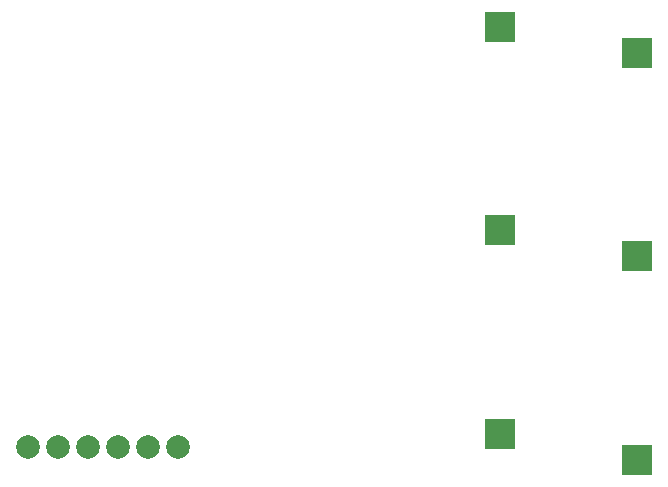
<source format=gbr>
%TF.GenerationSoftware,KiCad,Pcbnew,9.0.6*%
%TF.CreationDate,2025-12-14T01:17:05-08:00*%
%TF.ProjectId,base-station,62617365-2d73-4746-9174-696f6e2e6b69,rev?*%
%TF.SameCoordinates,Original*%
%TF.FileFunction,Paste,Bot*%
%TF.FilePolarity,Positive*%
%FSLAX46Y46*%
G04 Gerber Fmt 4.6, Leading zero omitted, Abs format (unit mm)*
G04 Created by KiCad (PCBNEW 9.0.6) date 2025-12-14 01:17:05*
%MOMM*%
%LPD*%
G01*
G04 APERTURE LIST*
%ADD10R,2.600000X2.600000*%
%ADD11C,2.000000*%
G04 APERTURE END LIST*
D10*
%TO.C,SW5*%
X116025000Y-100200000D03*
X104475000Y-98000000D03*
%TD*%
%TO.C,SW6*%
X116025000Y-65700000D03*
X104475000Y-63500000D03*
%TD*%
%TO.C,SW4*%
X116025000Y-82950000D03*
X104475000Y-80750000D03*
%TD*%
D11*
%TO.C,J1*%
X77160000Y-99055000D03*
X74620000Y-99055000D03*
X72080000Y-99055000D03*
X69540000Y-99055000D03*
X67000000Y-99055000D03*
X64460000Y-99055000D03*
%TD*%
M02*

</source>
